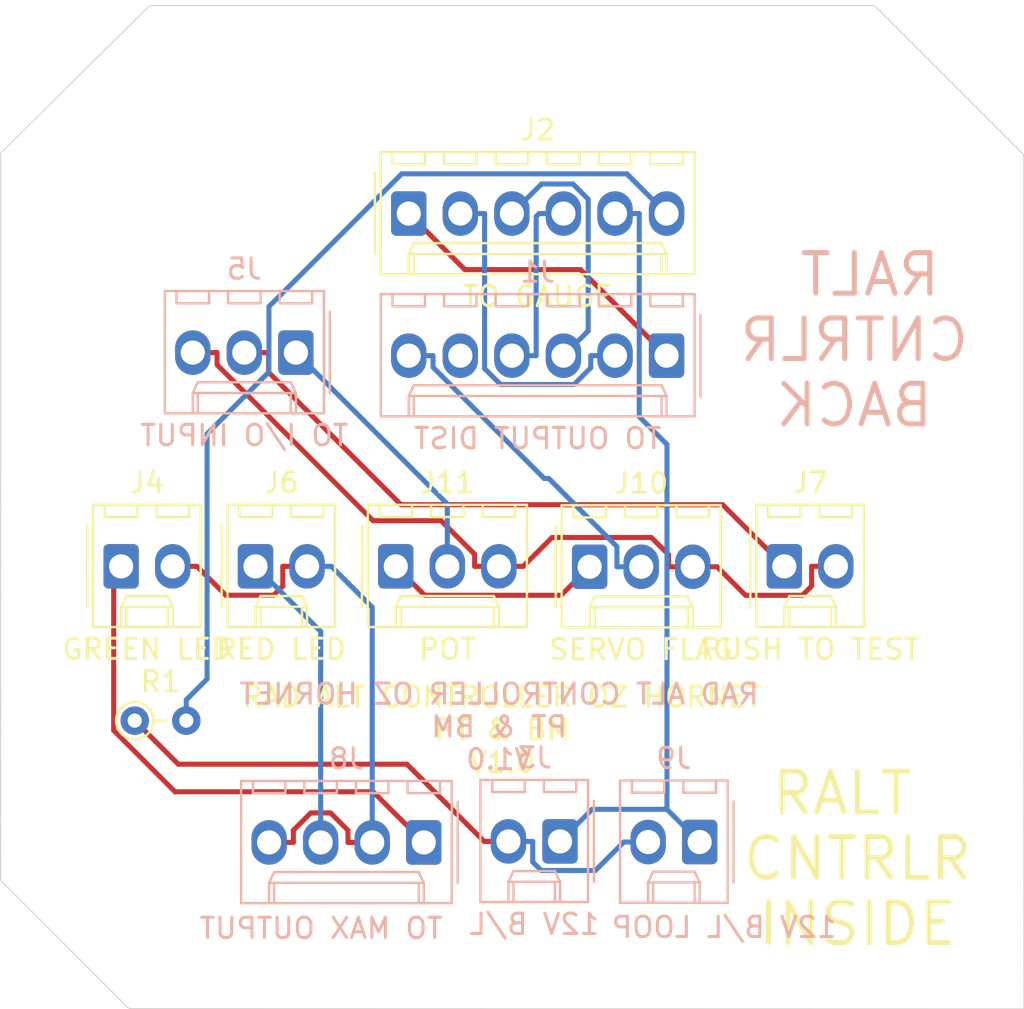
<source format=kicad_pcb>
(kicad_pcb (version 20211014) (generator pcbnew)
  (title_block (title "ABSIS NANO 2.0") (date "jeu. 02 avril 2015") (rev "1") (company "OPENHORNET") (comment 1 "CC BY-NC-SA"))
  (layers (0 "F.Cu" signal) (31 "B.Cu" signal) (34 "B.Paste" user) (35 "F.Paste" user) (36 "B.SilkS" user "B.Silkscreen") (37 "F.SilkS" user "F.Silkscreen") (38 "B.Mask" user) (39 "F.Mask" user) (44 "Edge.Cuts" user))
  (net 0 "")
  (net 1 "/LEDGND")
  (net 2 "/COIL-1")
  (net 3 "/COIL-2")
  (net 4 "/COIL-3")
  (net 5 "/COIL-4")
  (net 7 "/SERVO")
  (net 8 "/BL{slash}12+")
  (net 9 "/BL{slash}12-")
  (net 10 "/GN_LED")
  (net 11 "/POT")
  (net 12 "/PUSH_BUT")
  (net 13 "/GND")
  (net 14 "/RD_LED")
  (net 15 "/5V")
  (net 16 "/BLGND")
  (footprint "MountingHole:MountingHole_2.5mm" (layer "F.Cu") (at 34.81 50.81)
    (fp_text reference "MK1" hide)
    (fp_text value "MH")
    (pad "" np_thru_hole circle locked (at 0 0) (size 2.5 2.5) (drill 2.5) (layers *.Cu *.Mask))
  )
  (footprint "MountingHole:MountingHole_2.5mm" (layer "F.Cu") (at 31.81 91.81)
    (fp_text reference "MK2" hide)
    (fp_text value "MH")
    (pad "" np_thru_hole circle locked (at 0 0) (size 2.5 2.5) (drill 2.5) (layers *.Cu *.Mask))
  )
  (footprint "MountingHole:MountingHole_2.5mm" (layer "F.Cu") (at 71.81 54.81)
    (fp_text reference "MK3" hide)
    (fp_text value "MH")
    (pad "" np_thru_hole circle locked (at 0 0) (size 2.5 2.5) (drill 2.5) (layers *.Cu *.Mask))
  )
  (footprint "Connector_Molex:Molex_KK-254_AE-6410-02A_1x02_P2.54mm_Vertical" (layer "F.Cu") (at 64.66 75.21)
    (fp_text reference "J7" (at 1.27 -4.12) (layer "F.SilkS"))
    (fp_text value "PUSH TO TEST" (at 1.27 4.08) (layer "F.SilkS"))
    (fp_line (start 3.92 2.99) (end 3.92 -3.03) (layer "F.SilkS") (width 0.12))
    (fp_line (start 3.92 -3.03) (end -1.38 -3.03) (layer "F.SilkS") (width 0.12))
    (fp_line (start -1.67 -2) (end -1.67 2) (layer "F.SilkS") (width 0.12))
    (fp_line (start 0 1.99) (end 2.54 1.99) (layer "F.SilkS") (width 0.12))
    (fp_line (start 3.34 -2.43) (end 3.34 -3.03) (layer "F.SilkS") (width 0.12))
    (fp_line (start 2.29 2.99) (end 2.29 1.99) (layer "F.SilkS") (width 0.12))
    (fp_line (start 0 1.99) (end 0.25 1.46) (layer "F.SilkS") (width 0.12))
    (fp_line (start 0.25 2.99) (end 0.25 1.99) (layer "F.SilkS") (width 0.12))
    (fp_line (start 1.74 -3.03) (end 1.74 -2.43) (layer "F.SilkS") (width 0.12))
    (fp_line (start 0 2.99) (end 0 1.99) (layer "F.SilkS") (width 0.12))
    (fp_line (start 2.54 1.99) (end 2.54 2.99) (layer "F.SilkS") (width 0.12))
    (fp_line (start 2.29 1.46) (end 2.54 1.99) (layer "F.SilkS") (width 0.12))
    (fp_line (start -0.8 -3.03) (end -0.8 -2.43) (layer "F.SilkS") (width 0.12))
    (fp_line (start -1.38 2.99) (end 3.92 2.99) (layer "F.SilkS") (width 0.12))
    (fp_line (start 1.74 -2.43) (end 3.34 -2.43) (layer "F.SilkS") (width 0.12))
    (fp_line (start -0.8 -2.43) (end 0.8 -2.43) (layer "F.SilkS") (width 0.12))
    (fp_line (start 0.25 1.46) (end 2.29 1.46) (layer "F.SilkS") (width 0.12))
    (fp_line (start 0.8 -2.43) (end 0.8 -3.03) (layer "F.SilkS") (width 0.12))
    (fp_line (start -1.38 -3.03) (end -1.38 2.99) (layer "F.SilkS") (width 0.12))
    (pad "1" thru_hole roundrect (at 0 0) (size 1.74 2.19) (drill 1.19) (layers *.Cu *.Mask) (roundrect_rratio 0.1436781609) (net 12 "/PUSH_BUT"))
    (pad "2" thru_hole oval (at 2.54 0) (size 1.74 2.19) (drill 1.19) (layers *.Cu *.Mask) (net 13 "/GND"))
  )
  (footprint "Connector_Molex:Molex_KK-254_AE-6410-02A_1x02_P2.54mm_Vertical" (layer "F.Cu") (at 31.99 75.21)
    (fp_text reference "J4" (at 1.27 -4.12) (layer "F.SilkS"))
    (fp_text value "GREEN LED" (at 1.27 4.08) (layer "F.SilkS"))
    (fp_line (start 0.25 2.99) (end 0.25 1.99) (layer "F.SilkS") (width 0.12))
    (fp_line (start 3.92 2.99) (end 3.92 -3.03) (layer "F.SilkS") (width 0.12))
    (fp_line (start 2.54 1.99) (end 2.54 2.99) (layer "F.SilkS") (width 0.12))
    (fp_line (start -1.67 -2) (end -1.67 2) (layer "F.SilkS") (width 0.12))
    (fp_line (start -0.8 -3.03) (end -0.8 -2.43) (layer "F.SilkS") (width 0.12))
    (fp_line (start 0 1.99) (end 2.54 1.99) (layer "F.SilkS") (width 0.12))
    (fp_line (start 1.74 -2.43) (end 3.34 -2.43) (layer "F.SilkS") (width 0.12))
    (fp_line (start 0.25 1.46) (end 2.29 1.46) (layer "F.SilkS") (width 0.12))
    (fp_line (start 3.92 -3.03) (end -1.38 -3.03) (layer "F.SilkS") (width 0.12))
    (fp_line (start 1.74 -3.03) (end 1.74 -2.43) (layer "F.SilkS") (width 0.12))
    (fp_line (start 0.8 -2.43) (end 0.8 -3.03) (layer "F.SilkS") (width 0.12))
    (fp_line (start 0 2.99) (end 0 1.99) (layer "F.SilkS") (width 0.12))
    (fp_line (start 2.29 1.46) (end 2.54 1.99) (layer "F.SilkS") (width 0.12))
    (fp_line (start -1.38 -3.03) (end -1.38 2.99) (layer "F.SilkS") (width 0.12))
    (fp_line (start -0.8 -2.43) (end 0.8 -2.43) (layer "F.SilkS") (width 0.12))
    (fp_line (start 2.29 2.99) (end 2.29 1.99) (layer "F.SilkS") (width 0.12))
    (fp_line (start -1.38 2.99) (end 3.92 2.99) (layer "F.SilkS") (width 0.12))
    (fp_line (start 0 1.99) (end 0.25 1.46) (layer "F.SilkS") (width 0.12))
    (fp_line (start 3.34 -2.43) (end 3.34 -3.03) (layer "F.SilkS") (width 0.12))
    (pad "1" thru_hole roundrect (at 0 0) (size 1.74 2.19) (drill 1.19) (layers *.Cu *.Mask) (roundrect_rratio 0.1436781609) (net 10 "/GN_LED"))
    (pad "2" thru_hole oval (at 2.54 0) (size 1.74 2.19) (drill 1.19) (layers *.Cu *.Mask) (net 1 "/LEDGND"))
  )
  (footprint "Connector_Molex:Molex_KK-254_AE-6410-03A_1x03_P2.54mm_Vertical" (layer "F.Cu") (at 45.52 75.21)
    (fp_text reference "J11" (at 2.54 -4.12) (layer "F.SilkS"))
    (fp_text value "POT" (at 2.54 4.08) (layer "F.SilkS"))
    (fp_line (start 0.25 2.99) (end 0.25 1.99) (layer "F.SilkS") (width 0.12))
    (fp_line (start 6.46 -3.03) (end -1.38 -3.03) (layer "F.SilkS") (width 0.12))
    (fp_line (start 4.28 -3.03) (end 4.28 -2.43) (layer "F.SilkS") (width 0.12))
    (fp_line (start -1.38 2.99) (end 6.46 2.99) (layer "F.SilkS") (width 0.12))
    (fp_line (start 5.88 -2.43) (end 5.88 -3.03) (layer "F.SilkS") (width 0.12))
    (fp_line (start -1.38 -3.03) (end -1.38 2.99) (layer "F.SilkS") (width 0.12))
    (fp_line (start -0.8 -2.43) (end 0.8 -2.43) (layer "F.SilkS") (width 0.12))
    (fp_line (start 1.74 -2.43) (end 3.34 -2.43) (layer "F.SilkS") (width 0.12))
    (fp_line (start 0.8 -2.43) (end 0.8 -3.03) (layer "F.SilkS") (width 0.12))
    (fp_line (start 0 1.99) (end 5.08 1.99) (layer "F.SilkS") (width 0.12))
    (fp_line (start 4.83 2.99) (end 4.83 1.99) (layer "F.SilkS") (width 0.12))
    (fp_line (start 1.74 -3.03) (end 1.74 -2.43) (layer "F.SilkS") (width 0.12))
    (fp_line (start 6.46 2.99) (end 6.46 -3.03) (layer "F.SilkS") (width 0.12))
    (fp_line (start 4.83 1.46) (end 5.08 1.99) (layer "F.SilkS") (width 0.12))
    (fp_line (start 0 2.99) (end 0 1.99) (layer "F.SilkS") (width 0.12))
    (fp_line (start 4.28 -2.43) (end 5.88 -2.43) (layer "F.SilkS") (width 0.12))
    (fp_line (start 0.25 1.46) (end 4.83 1.46) (layer "F.SilkS") (width 0.12))
    (fp_line (start 0 1.99) (end 0.25 1.46) (layer "F.SilkS") (width 0.12))
    (fp_line (start 3.34 -2.43) (end 3.34 -3.03) (layer "F.SilkS") (width 0.12))
    (fp_line (start -1.67 -2) (end -1.67 2) (layer "F.SilkS") (width 0.12))
    (fp_line (start 5.08 1.99) (end 5.08 2.99) (layer "F.SilkS") (width 0.12))
    (fp_line (start -0.8 -3.03) (end -0.8 -2.43) (layer "F.SilkS") (width 0.12))
    (pad "1" thru_hole roundrect (at 0 0) (size 1.74 2.19) (drill 1.19) (layers *.Cu *.Mask) (roundrect_rratio 0.1436781609) (net 15 "/5V"))
    (pad "2" thru_hole oval (at 2.54 0) (size 1.74 2.19) (drill 1.19) (layers *.Cu *.Mask) (net 11 "/POT"))
    (pad "3" thru_hole oval (at 5.08 0) (size 1.74 2.19) (drill 1.19) (layers *.Cu *.Mask) (net 13 "/GND"))
  )
  (footprint "Connector_Molex:Molex_KK-254_AE-6410-06A_1x06_P2.54mm_Vertical" (layer "F.Cu") (at 46.16 57.83)
    (fp_text reference "J2" (at 6.35 -4.12) (layer "F.SilkS"))
    (fp_text value "TO GAUGE" (at 6.35 4.08) (layer "F.SilkS"))
    (fp_line (start 12.7 1.99) (end 12.7 2.99) (layer "F.SilkS") (width 0.12))
    (fp_line (start 14.08 2.99) (end 14.08 -3.03) (layer "F.SilkS") (width 0.12))
    (fp_line (start -1.38 -3.03) (end -1.38 2.99) (layer "F.SilkS") (width 0.12))
    (fp_line (start 1.74 -2.43) (end 3.34 -2.43) (layer "F.SilkS") (width 0.12))
    (fp_line (start 8.42 -2.43) (end 8.42 -3.03) (layer "F.SilkS") (width 0.12))
    (fp_line (start 5.88 -2.43) (end 5.88 -3.03) (layer "F.SilkS") (width 0.12))
    (fp_line (start 4.28 -2.43) (end 5.88 -2.43) (layer "F.SilkS") (width 0.12))
    (fp_line (start 1.74 -3.03) (end 1.74 -2.43) (layer "F.SilkS") (width 0.12))
    (fp_line (start -1.67 -2) (end -1.67 2) (layer "F.SilkS") (width 0.12))
    (fp_line (start 14.08 -3.03) (end -1.38 -3.03) (layer "F.SilkS") (width 0.12))
    (fp_line (start 9.36 -2.43) (end 10.96 -2.43) (layer "F.SilkS") (width 0.12))
    (fp_line (start -0.8 -3.03) (end -0.8 -2.43) (layer "F.SilkS") (width 0.12))
    (fp_line (start 12.45 2.99) (end 12.45 1.99) (layer "F.SilkS") (width 0.12))
    (fp_line (start 0.25 1.46) (end 12.45 1.46) (layer "F.SilkS") (width 0.12))
    (fp_line (start 9.36 -3.03) (end 9.36 -2.43) (layer "F.SilkS") (width 0.12))
    (fp_line (start 0.8 -2.43) (end 0.8 -3.03) (layer "F.SilkS") (width 0.12))
    (fp_line (start -0.8 -2.43) (end 0.8 -2.43) (layer "F.SilkS") (width 0.12))
    (fp_line (start 0 2.99) (end 0 1.99) (layer "F.SilkS") (width 0.12))
    (fp_line (start 11.9 -2.43) (end 13.5 -2.43) (layer "F.SilkS") (width 0.12))
    (fp_line (start 12.45 1.46) (end 12.7 1.99) (layer "F.SilkS") (width 0.12))
    (fp_line (start 4.28 -3.03) (end 4.28 -2.43) (layer "F.SilkS") (width 0.12))
    (fp_line (start 0.25 2.99) (end 0.25 1.99) (layer "F.SilkS") (width 0.12))
    (fp_line (start 6.82 -2.43) (end 8.42 -2.43) (layer "F.SilkS") (width 0.12))
    (fp_line (start 13.5 -2.43) (end 13.5 -3.03) (layer "F.SilkS") (width 0.12))
    (fp_line (start 10.96 -2.43) (end 10.96 -3.03) (layer "F.SilkS") (width 0.12))
    (fp_line (start 0 1.99) (end 0.25 1.46) (layer "F.SilkS") (width 0.12))
    (fp_line (start 0 1.99) (end 12.7 1.99) (layer "F.SilkS") (width 0.12))
    (fp_line (start 11.9 -3.03) (end 11.9 -2.43) (layer "F.SilkS") (width 0.12))
    (fp_line (start 3.34 -2.43) (end 3.34 -3.03) (layer "F.SilkS") (width 0.12))
    (fp_line (start 6.82 -3.03) (end 6.82 -2.43) (layer "F.SilkS") (width 0.12))
    (fp_line (start -1.38 2.99) (end 14.08 2.99) (layer "F.SilkS") (width 0.12))
    (pad "1" thru_hole roundrect (at 0 0) (size 1.74 2.19) (drill 1.19) (layers *.Cu *.Mask) (roundrect_rratio 0.1436781609) (net 2 "/COIL-1"))
    (pad "2" thru_hole oval (at 2.54 0) (size 1.74 2.19) (drill 1.19) (layers *.Cu *.Mask) (net 3 "/COIL-2"))
    (pad "3" thru_hole oval (at 5.08 0) (size 1.74 2.19) (drill 1.19) (layers *.Cu *.Mask) (net 4 "/COIL-3"))
    (pad "4" thru_hole oval (at 7.62 0) (size 1.74 2.19) (drill 1.19) (layers *.Cu *.Mask) (net 5 "/COIL-4"))
    (pad "5" thru_hole oval (at 10.16 0) (size 1.74 2.19) (drill 1.19) (layers *.Cu *.Mask) (net 8 "/BL{slash}12+"))
    (pad "6" thru_hole oval (at 12.7 0) (size 1.74 2.19) (drill 1.19) (layers *.Cu *.Mask) (net 16 "/BLGND"))
  )
  (footprint "Resistor_THT:R_Axial_DIN0204_L3.6mm_D1.6mm_P2.54mm_Vertical" (layer "F.Cu") (at 32.66 82.81)
    (fp_text reference "R1" (at 1.27 -1.92) (layer "F.SilkS"))
    (fp_text value "R")
    (fp_line (start 0.92 0) (end 1.54 0) (layer "F.SilkS") (width 0.12))
    (fp_circle (center 0 0) (end 0.92 0) (layer "F.SilkS") (width 0.12) (fill none))
    (pad "1" thru_hole circle (at 0 0) (size 1.4 1.4) (drill 0.7) (layers *.Cu *.Mask) (net 9 "/BL{slash}12-"))
    (pad "2" thru_hole oval (at 2.54 0) (size 1.4 1.4) (drill 0.7) (layers *.Cu *.Mask) (net 16 "/BLGND"))
  )
  (footprint "Connector_Molex:Molex_KK-254_AE-6410-03A_1x03_P2.54mm_Vertical" (layer "F.Cu") (at 55.07 75.23)
    (fp_text reference "J10" (at 2.54 -4.12) (layer "F.SilkS"))
    (fp_text value "SERVO FLAG" (at 2.54 4.08) (layer "F.SilkS"))
    (fp_line (start 0 1.99) (end 0.25 1.46) (layer "F.SilkS") (width 0.12))
    (fp_line (start 4.83 2.99) (end 4.83 1.99) (layer "F.SilkS") (width 0.12))
    (fp_line (start 4.83 1.46) (end 5.08 1.99) (layer "F.SilkS") (width 0.12))
    (fp_line (start 0.25 1.46) (end 4.83 1.46) (layer "F.SilkS") (width 0.12))
    (fp_line (start 5.88 -2.43) (end 5.88 -3.03) (layer "F.SilkS") (width 0.12))
    (fp_line (start 5.08 1.99) (end 5.08 2.99) (layer "F.SilkS") (width 0.12))
    (fp_line (start -0.8 -2.43) (end 0.8 -2.43) (layer "F.SilkS") (width 0.12))
    (fp_line (start -1.38 2.99) (end 6.46 2.99) (layer "F.SilkS") (width 0.12))
    (fp_line (start 4.28 -2.43) (end 5.88 -2.43) (layer "F.SilkS") (width 0.12))
    (fp_line (start 6.46 2.99) (end 6.46 -3.03) (layer "F.SilkS") (width 0.12))
    (fp_line (start 1.74 -3.03) (end 1.74 -2.43) (layer "F.SilkS") (width 0.12))
    (fp_line (start 3.34 -2.43) (end 3.34 -3.03) (layer "F.SilkS") (width 0.12))
    (fp_line (start 4.28 -3.03) (end 4.28 -2.43) (layer "F.SilkS") (width 0.12))
    (fp_line (start 0 1.99) (end 5.08 1.99) (layer "F.SilkS") (width 0.12))
    (fp_line (start -1.67 -2) (end -1.67 2) (layer "F.SilkS") (width 0.12))
    (fp_line (start 1.74 -2.43) (end 3.34 -2.43) (layer "F.SilkS") (width 0.12))
    (fp_line (start -0.8 -3.03) (end -0.8 -2.43) (layer "F.SilkS") (width 0.12))
    (fp_line (start 0 2.99) (end 0 1.99) (layer "F.SilkS") (width 0.12))
    (fp_line (start -1.38 -3.03) (end -1.38 2.99) (layer "F.SilkS") (width 0.12))
    (fp_line (start 0.25 2.99) (end 0.25 1.99) (layer "F.SilkS") (width 0.12))
    (fp_line (start 0.8 -2.43) (end 0.8 -3.03) (layer "F.SilkS") (width 0.12))
    (fp_line (start 6.46 -3.03) (end -1.38 -3.03) (layer "F.SilkS") (width 0.12))
    (pad "1" thru_hole roundrect (at 0 0) (size 1.74 2.19) (drill 1.19) (layers *.Cu *.Mask) (roundrect_rratio 0.1436781609) (net 15 "/5V"))
    (pad "2" thru_hole oval (at 2.54 0) (size 1.74 2.19) (drill 1.19) (layers *.Cu *.Mask) (net 7 "/SERVO"))
    (pad "3" thru_hole oval (at 5.08 0) (size 1.74 2.19) (drill 1.19) (layers *.Cu *.Mask) (net 13 "/GND"))
  )
  (footprint "Connector_Molex:Molex_KK-254_AE-6410-02A_1x02_P2.54mm_Vertical" (layer "F.Cu") (at 38.61 75.21)
    (fp_text reference "J6" (at 1.27 -4.12) (layer "F.SilkS"))
    (fp_text value "RED LED" (at 1.27 4.08) (layer "F.SilkS"))
    (fp_line (start 1.74 -2.43) (end 3.34 -2.43) (layer "F.SilkS") (width 0.12))
    (fp_line (start 3.34 -2.43) (end 3.34 -3.03) (layer "F.SilkS") (width 0.12))
    (fp_line (start 0 1.99) (end 2.54 1.99) (layer "F.SilkS") (width 0.12))
    (fp_line (start 0.25 2.99) (end 0.25 1.99) (layer "F.SilkS") (width 0.12))
    (fp_line (start 1.74 -3.03) (end 1.74 -2.43) (layer "F.SilkS") (width 0.12))
    (fp_line (start -1.38 2.99) (end 3.92 2.99) (layer "F.SilkS") (width 0.12))
    (fp_line (start 0.8 -2.43) (end 0.8 -3.03) (layer "F.SilkS") (width 0.12))
    (fp_line (start 2.54 1.99) (end 2.54 2.99) (layer "F.SilkS") (width 0.12))
    (fp_line (start 0 1.99) (end 0.25 1.46) (layer "F.SilkS") (width 0.12))
    (fp_line (start 3.92 2.99) (end 3.92 -3.03) (layer "F.SilkS") (width 0.12))
    (fp_line (start -1.38 -3.03) (end -1.38 2.99) (layer "F.SilkS") (width 0.12))
    (fp_line (start 2.29 2.99) (end 2.29 1.99) (layer "F.SilkS") (width 0.12))
    (fp_line (start -0.8 -3.03) (end -0.8 -2.43) (layer "F.SilkS") (width 0.12))
    (fp_line (start -0.8 -2.43) (end 0.8 -2.43) (layer "F.SilkS") (width 0.12))
    (fp_line (start 2.29 1.46) (end 2.54 1.99) (layer "F.SilkS") (width 0.12))
    (fp_line (start 0.25 1.46) (end 2.29 1.46) (layer "F.SilkS") (width 0.12))
    (fp_line (start -1.67 -2) (end -1.67 2) (layer "F.SilkS") (width 0.12))
    (fp_line (start 3.92 -3.03) (end -1.38 -3.03) (layer "F.SilkS") (width 0.12))
    (fp_line (start 0 2.99) (end 0 1.99) (layer "F.SilkS") (width 0.12))
    (pad "1" thru_hole roundrect (at 0 0) (size 1.74 2.19) (drill 1.19) (layers *.Cu *.Mask) (roundrect_rratio 0.1436781609) (net 14 "/RD_LED"))
    (pad "2" thru_hole oval (at 2.54 0) (size 1.74 2.19) (drill 1.19) (layers *.Cu *.Mask) (net 1 "/LEDGND"))
  )
  (footprint "Connector_Molex:Molex_KK-254_AE-6410-04A_1x04_P2.54mm_Vertical" (layer "B.Cu") (at 46.9 88.81 180)
    (fp_text reference "J8" (at 3.81 4.12) (layer "B.SilkS") (effects (justify mirror)))
    (fp_text value "TO MAX OUTPUT" (at 5.06 -4.23) (layer "B.SilkS") (effects (justify mirror)))
    (fp_line (start -1.67 2) (end -1.67 -2) (layer "B.SilkS") (width 0.12))
    (fp_line (start -1.38 3.03) (end -1.38 -2.99) (layer "B.SilkS") (width 0.12))
    (fp_line (start 4.28 2.43) (end 5.88 2.43) (layer "B.SilkS") (width 0.12))
    (fp_line (start -0.8 3.03) (end -0.8 2.43) (layer "B.SilkS") (width 0.12))
    (fp_line (start 0.25 -2.99) (end 0.25 -1.99) (layer "B.SilkS") (width 0.12))
    (fp_line (start 7.62 -1.99) (end 7.62 -2.99) (layer "B.SilkS") (width 0.12))
    (fp_line (start 0.8 2.43) (end 0.8 3.03) (layer "B.SilkS") (width 0.12))
    (fp_line (start 4.28 3.03) (end 4.28 2.43) (layer "B.SilkS") (width 0.12))
    (fp_line (start 9 3.03) (end -1.38 3.03) (layer "B.SilkS") (width 0.12))
    (fp_line (start 6.82 3.03) (end 6.82 2.43) (layer "B.SilkS") (width 0.12))
    (fp_line (start 1.74 2.43) (end 3.34 2.43) (layer "B.SilkS") (width 0.12))
    (fp_line (start 1.74 3.03) (end 1.74 2.43) (layer "B.SilkS") (width 0.12))
    (fp_line (start 0 -1.99) (end 0.25 -1.46) (layer "B.SilkS") (width 0.12))
    (fp_line (start 0.25 -1.46) (end 7.37 -1.46) (layer "B.SilkS") (width 0.12))
    (fp_line (start 7.37 -2.99) (end 7.37 -1.99) (layer "B.SilkS") (width 0.12))
    (fp_line (start -0.8 2.43) (end 0.8 2.43) (layer "B.SilkS") (width 0.12))
    (fp_line (start 5.88 2.43) (end 5.88 3.03) (layer "B.SilkS") (width 0.12))
    (fp_line (start 0 -2.99) (end 0 -1.99) (layer "B.SilkS") (width 0.12))
    (fp_line (start 0 -1.99) (end 7.62 -1.99) (layer "B.SilkS") (width 0.12))
    (fp_line (start 8.42 2.43) (end 8.42 3.03) (layer "B.SilkS") (width 0.12))
    (fp_line (start -1.38 -2.99) (end 9 -2.99) (layer "B.SilkS") (width 0.12))
    (fp_line (start 6.82 2.43) (end 8.42 2.43) (layer "B.SilkS") (width 0.12))
    (fp_line (start 9 -2.99) (end 9 3.03) (layer "B.SilkS") (width 0.12))
    (fp_line (start 7.37 -1.46) (end 7.62 -1.99) (layer "B.SilkS") (width 0.12))
    (fp_line (start 3.34 2.43) (end 3.34 3.03) (layer "B.SilkS") (width 0.12))
    (pad "1" thru_hole roundrect (at 0 0 180) (size 1.74 2.19) (drill 1.19) (layers *.Cu *.Mask) (roundrect_rratio 0.1436781609) (net 10 "/GN_LED"))
    (pad "2" thru_hole oval (at 2.54 0 180) (size 1.74 2.19) (drill 1.19) (layers *.Cu *.Mask) (net 1 "/LEDGND"))
    (pad "3" thru_hole oval (at 5.08 0 180) (size 1.74 2.19) (drill 1.19) (layers *.Cu *.Mask) (net 14 "/RD_LED"))
    (pad "4" thru_hole oval (at 7.62 0 180) (size 1.74 2.19) (drill 1.19) (layers *.Cu *.Mask) (net 1 "/LEDGND"))
  )
  (footprint "Connector_Molex:Molex_KK-254_AE-6410-02A_1x02_P2.54mm_Vertical" (layer "B.Cu") (at 53.61 88.76 180)
    (fp_text reference "J3" (at 1.27 4.12) (layer "B.SilkS") (effects (justify mirror)))
    (fp_text value "12V B/L" (at 1.27 -4.08) (layer "B.SilkS") (effects (justify mirror)))
    (fp_line (start 3.34 2.43) (end 3.34 3.03) (layer "B.SilkS") (width 0.12))
    (fp_line (start -1.67 2) (end -1.67 -2) (layer "B.SilkS") (width 0.12))
    (fp_line (start 1.74 2.43) (end 3.34 2.43) (layer "B.SilkS") (width 0.12))
    (fp_line (start 0.8 2.43) (end 0.8 3.03) (layer "B.SilkS") (width 0.12))
    (fp_line (start -1.38 3.03) (end -1.38 -2.99) (layer "B.SilkS") (width 0.12))
    (fp_line (start 0.25 -2.99) (end 0.25 -1.99) (layer "B.SilkS") (width 0.12))
    (fp_line (start -0.8 2.43) (end 0.8 2.43) (layer "B.SilkS") (width 0.12))
    (fp_line (start 2.29 -1.46) (end 2.54 -1.99) (layer "B.SilkS") (width 0.12))
    (fp_line (start 2.29 -2.99) (end 2.29 -1.99) (layer "B.SilkS") (width 0.12))
    (fp_line (start 0 -2.99) (end 0 -1.99) (layer "B.SilkS") (width 0.12))
    (fp_line (start 0 -1.99) (end 0.25 -1.46) (layer "B.SilkS") (width 0.12))
    (fp_line (start 1.74 3.03) (end 1.74 2.43) (layer "B.SilkS") (width 0.12))
    (fp_line (start 0.25 -1.46) (end 2.29 -1.46) (layer "B.SilkS") (width 0.12))
    (fp_line (start 3.92 -2.99) (end 3.92 3.03) (layer "B.SilkS") (width 0.12))
    (fp_line (start 2.54 -1.99) (end 2.54 -2.99) (layer "B.SilkS") (width 0.12))
    (fp_line (start 0 -1.99) (end 2.54 -1.99) (layer "B.SilkS") (width 0.12))
    (fp_line (start -0.8 3.03) (end -0.8 2.43) (layer "B.SilkS") (width 0.12))
    (fp_line (start -1.38 -2.99) (end 3.92 -2.99) (layer "B.SilkS") (width 0.12))
    (fp_line (start 3.92 3.03) (end -1.38 3.03) (layer "B.SilkS") (width 0.12))
    (pad "1" thru_hole roundrect (at 0 0 180) (size 1.74 2.19) (drill 1.19) (layers *.Cu *.Mask) (roundrect_rratio 0.1436781609) (net 8 "/BL{slash}12+"))
    (pad "2" thru_hole oval (at 2.54 0 180) (size 1.74 2.19) (drill 1.19) (layers *.Cu *.Mask) (net 9 "/BL{slash}12-"))
  )
  (footprint "Connector_Molex:Molex_KK-254_AE-6410-06A_1x06_P2.54mm_Vertical" (layer "B.Cu") (at 58.86 64.83 180)
    (fp_text reference "J1" (at 6.35 4.12) (layer "B.SilkS") (effects (justify mirror)))
    (fp_text value "TO OUTPUT DIST" (at 6.35 -4.08) (layer "B.SilkS") (effects (justify mirror)))
    (fp_line (start 13.5 2.43) (end 13.5 3.03) (layer "B.SilkS") (width 0.12))
    (fp_line (start 3.34 2.43) (end 3.34 3.03) (layer "B.SilkS") (width 0.12))
    (fp_line (start 0.8 2.43) (end 0.8 3.03) (layer "B.SilkS") (width 0.12))
    (fp_line (start 5.88 2.43) (end 5.88 3.03) (layer "B.SilkS") (width 0.12))
    (fp_line (start 8.42 2.43) (end 8.42 3.03) (layer "B.SilkS") (width 0.12))
    (fp_line (start 11.9 2.43) (end 13.5 2.43) (layer "B.SilkS") (width 0.12))
    (fp_line (start -1.38 -2.99) (end 14.08 -2.99) (layer "B.SilkS") (width 0.12))
    (fp_line (start 1.74 3.03) (end 1.74 2.43) (layer "B.SilkS") (width 0.12))
    (fp_line (start 12.45 -2.99) (end 12.45 -1.99) (layer "B.SilkS") (width 0.12))
    (fp_line (start 0.25 -1.46) (end 12.45 -1.46) (layer "B.SilkS") (width 0.12))
    (fp_line (start 9.36 3.03) (end 9.36 2.43) (layer "B.SilkS") (width 0.12))
    (fp_line (start -1.38 3.03) (end -1.38 -2.99) (layer "B.SilkS") (width 0.12))
    (fp_line (start 0.25 -2.99) (end 0.25 -1.99) (layer "B.SilkS") (width 0.12))
    (fp_line (start 14.08 3.03) (end -1.38 3.03) (layer "B.SilkS") (width 0.12))
    (fp_line (start -0.8 3.03) (end -0.8 2.43) (layer "B.SilkS") (width 0.12))
    (fp_line (start -0.8 2.43) (end 0.8 2.43) (layer "B.SilkS") (width 0.12))
    (fp_line (start 6.82 2.43) (end 8.42 2.43) (layer "B.SilkS") (width 0.12))
    (fp_line (start 0 -1.99) (end 0.25 -1.46) (layer "B.SilkS") (width 0.12))
    (fp_line (start 6.82 3.03) (end 6.82 2.43) (layer "B.SilkS") (width 0.12))
    (fp_line (start 4.28 3.03) (end 4.28 2.43) (layer "B.SilkS") (width 0.12))
    (fp_line (start 14.08 -2.99) (end 14.08 3.03) (layer "B.SilkS") (width 0.12))
    (fp_line (start 10.96 2.43) (end 10.96 3.03) (layer "B.SilkS") (width 0.12))
    (fp_line (start 9.36 2.43) (end 10.96 2.43) (layer "B.SilkS") (width 0.12))
    (fp_line (start -1.67 2) (end -1.67 -2) (layer "B.SilkS") (width 0.12))
    (fp_line (start 0 -1.99) (end 12.7 -1.99) (layer "B.SilkS") (width 0.12))
    (fp_line (start 4.28 2.43) (end 5.88 2.43) (layer "B.SilkS") (width 0.12))
    (fp_line (start 12.7 -1.99) (end 12.7 -2.99) (layer "B.SilkS") (width 0.12))
    (fp_line (start 0 -2.99) (end 0 -1.99) (layer "B.SilkS") (width 0.12))
    (fp_line (start 12.45 -1.46) (end 12.7 -1.99) (layer "B.SilkS") (width 0.12))
    (fp_line (start 11.9 3.03) (end 11.9 2.43) (layer "B.SilkS") (width 0.12))
    (fp_line (start 1.74 2.43) (end 3.34 2.43) (layer "B.SilkS") (width 0.12))
    (pad "1" thru_hole roundrect (at 0 0 180) (size 1.74 2.19) (drill 1.19) (layers *.Cu *.Mask) (roundrect_rratio 0.1436781609) (net 2 "/COIL-1"))
    (pad "2" thru_hole oval (at 2.54 0 180) (size 1.74 2.19) (drill 1.19) (layers *.Cu *.Mask) (net 3 "/COIL-2"))
    (pad "3" thru_hole oval (at 5.08 0 180) (size 1.74 2.19) (drill 1.19) (layers *.Cu *.Mask) (net 4 "/COIL-3"))
    (pad "4" thru_hole oval (at 7.62 0 180) (size 1.74 2.19) (drill 1.19) (layers *.Cu *.Mask) (net 5 "/COIL-4"))
    (pad "5" thru_hole oval (at 10.16 0 180) (size 1.74 2.19) (drill 1.19) (layers *.Cu *.Mask))
    (pad "6" thru_hole oval (at 12.7 0 180) (size 1.74 2.19) (drill 1.19) (layers *.Cu *.Mask) (net 7 "/SERVO"))
  )
  (footprint "Connector_Molex:Molex_KK-254_AE-6410-03A_1x03_P2.54mm_Vertical" (layer "B.Cu") (at 40.6 64.68 180)
    (fp_text reference "J5" (at 2.54 4.12) (layer "B.SilkS") (effects (justify mirror)))
    (fp_text value "TO I/O INPUT" (at 2.54 -4.08) (layer "B.SilkS") (effects (justify mirror)))
    (fp_line (start -1.38 -2.99) (end 6.46 -2.99) (layer "B.SilkS") (width 0.12))
    (fp_line (start -1.67 2) (end -1.67 -2) (layer "B.SilkS") (width 0.12))
    (fp_line (start 6.46 3.03) (end -1.38 3.03) (layer "B.SilkS") (width 0.12))
    (fp_line (start 0 -2.99) (end 0 -1.99) (layer "B.SilkS") (width 0.12))
    (fp_line (start 5.88 2.43) (end 5.88 3.03) (layer "B.SilkS") (width 0.12))
    (fp_line (start 0 -1.99) (end 0.25 -1.46) (layer "B.SilkS") (width 0.12))
    (fp_line (start -0.8 2.43) (end 0.8 2.43) (layer "B.SilkS") (width 0.12))
    (fp_line (start 4.28 3.03) (end 4.28 2.43) (layer "B.SilkS") (width 0.12))
    (fp_line (start 1.74 2.43) (end 3.34 2.43) (layer "B.SilkS") (width 0.12))
    (fp_line (start 4.28 2.43) (end 5.88 2.43) (layer "B.SilkS") (width 0.12))
    (fp_line (start 0 -1.99) (end 5.08 -1.99) (layer "B.SilkS") (width 0.12))
    (fp_line (start -0.8 3.03) (end -0.8 2.43) (layer "B.SilkS") (width 0.12))
    (fp_line (start 4.83 -1.46) (end 5.08 -1.99) (layer "B.SilkS") (width 0.12))
    (fp_line (start 0.25 -2.99) (end 0.25 -1.99) (layer "B.SilkS") (width 0.12))
    (fp_line (start 5.08 -1.99) (end 5.08 -2.99) (layer "B.SilkS") (width 0.12))
    (fp_line (start 6.46 -2.99) (end 6.46 3.03) (layer "B.SilkS") (width 0.12))
    (fp_line (start 1.74 3.03) (end 1.74 2.43) (layer "B.SilkS") (width 0.12))
    (fp_line (start 0.8 2.43) (end 0.8 3.03) (layer "B.SilkS") (width 0.12))
    (fp_line (start 3.34 2.43) (end 3.34 3.03) (layer "B.SilkS") (width 0.12))
    (fp_line (start -1.38 3.03) (end -1.38 -2.99) (layer "B.SilkS") (width 0.12))
    (fp_line (start 4.83 -2.99) (end 4.83 -1.99) (layer "B.SilkS") (width 0.12))
    (fp_line (start 0.25 -1.46) (end 4.83 -1.46) (layer "B.SilkS") (width 0.12))
    (pad "1" thru_hole roundrect (at 0 0 180) (size 1.74 2.19) (drill 1.19) (layers *.Cu *.Mask) (roundrect_rratio 0.1436781609) (net 11 "/POT"))
    (pad "2" thru_hole oval (at 2.54 0 180) (size 1.74 2.19) (drill 1.19) (layers *.Cu *.Mask) (net 12 "/PUSH_BUT"))
    (pad "3" thru_hole oval (at 5.08 0 180) (size 1.74 2.19) (drill 1.19) (layers *.Cu *.Mask) (net 13 "/GND"))
  )
  (footprint "Connector_Molex:Molex_KK-254_AE-6410-02A_1x02_P2.54mm_Vertical" (layer "B.Cu") (at 60.49 88.79 180)
    (fp_text reference "J9" (at 1.27 4.12) (layer "B.SilkS") (effects (justify mirror)))
    (fp_text value "12V B/L LOOP" (at -1.2 -4.2) (layer "B.SilkS") (effects (justify mirror)))
    (fp_line (start 3.92 3.03) (end -1.38 3.03) (layer "B.SilkS") (width 0.12))
    (fp_line (start 0 -2.99) (end 0 -1.99) (layer "B.SilkS") (width 0.12))
    (fp_line (start 3.92 -2.99) (end 3.92 3.03) (layer "B.SilkS") (width 0.12))
    (fp_line (start 0 -1.99) (end 2.54 -1.99) (layer "B.SilkS") (width 0.12))
    (fp_line (start -1.67 2) (end -1.67 -2) (layer "B.SilkS") (width 0.12))
    (fp_line (start 1.74 3.03) (end 1.74 2.43) (layer "B.SilkS") (width 0.12))
    (fp_line (start -0.8 2.43) (end 0.8 2.43) (layer "B.SilkS") (width 0.12))
    (fp_line (start 2.29 -1.46) (end 2.54 -1.99) (layer "B.SilkS") (width 0.12))
    (fp_line (start 0.25 -1.46) (end 2.29 -1.46) (layer "B.SilkS") (width 0.12))
    (fp_line (start -1.38 3.03) (end -1.38 -2.99) (layer "B.SilkS") (width 0.12))
    (fp_line (start 1.74 2.43) (end 3.34 2.43) (layer "B.SilkS") (width 0.12))
    (fp_line (start 3.34 2.43) (end 3.34 3.03) (layer "B.SilkS") (width 0.12))
    (fp_line (start -1.38 -2.99) (end 3.92 -2.99) (layer "B.SilkS") (width 0.12))
    (fp_line (start 2.29 -2.99) (end 2.29 -1.99) (layer "B.SilkS") (width 0.12))
    (fp_line (start 0.8 2.43) (end 0.8 3.03) (layer "B.SilkS") (width 0.12))
    (fp_line (start 2.54 -1.99) (end 2.54 -2.99) (layer "B.SilkS") (width 0.12))
    (fp_line (start -0.8 3.03) (end -0.8 2.43) (layer "B.SilkS") (width 0.12))
    (fp_line (start 0.25 -2.99) (end 0.25 -1.99) (layer "B.SilkS") (width 0.12))
    (fp_line (start 0 -1.99) (end 0.25 -1.46) (layer "B.SilkS") (width 0.12))
    (pad "1" thru_hole roundrect (at 0 0 180) (size 1.74 2.19) (drill 1.19) (layers *.Cu *.Mask) (roundrect_rratio 0.1436781609) (net 8 "/BL{slash}12+"))
    (pad "2" thru_hole oval (at 2.54 0 180) (size 1.74 2.19) (drill 1.19) (layers *.Cu *.Mask) (net 9 "/BL{slash}12-"))
  )
  (gr_line (start 26.127407 90.746639) (end 32.298293 96.917525) (layer "Edge.Cuts") (width 0.05))
  (gr_line (start 76.46 97.01) (end 76.45324 75.848151) (layer "Edge.Cuts") (width 0.05))
  (gr_arc (start 26.127407 90.746639) (mid 26.068878 90.659045) (end 26.048326 90.55572) (layer "Edge.Cuts") (width 0.05))
  (gr_arc (start 68.996355 47.587007) (mid 69.099679 47.60756) (end 69.187273 47.666089) (layer "Edge.Cuts") (width 0.05))
  (gr_line (start 32.489212 96.996607) (end 76.46 97.01) (layer "Edge.Cuts") (width 0.05))
  (gr_line (start 33.314293 47.666089) (end 26.06 54.852975) (layer "Edge.Cuts") (width 0.05))
  (gr_arc (start 32.489211 96.996607) (mid 32.385887 96.976054) (end 32.298293 96.917525) (layer "Edge.Cuts") (width 0.05))
  (gr_arc (start 33.314293 47.666088) (mid 33.401887 47.607559) (end 33.505212 47.587007) (layer "Edge.Cuts") (width 0.05))
  (gr_line (start 26.06 54.852975) (end 26.048326 90.55572) (layer "Edge.Cuts") (width 0.05))
  (gr_arc (start 76.374159 54.852975) (mid 76.432688 54.940569) (end 76.45324 55.043894) (layer "Edge.Cuts") (width 0.05))
  (gr_line (start 76.45324 75.848151) (end 76.45324 55.043894) (layer "Edge.Cuts") (width 0.05))
  (gr_line (start 68.996354 47.587007) (end 33.505212 47.587007) (layer "Edge.Cuts") (width 0.05))
  (gr_line (start 76.374159 54.852975) (end 69.187273 47.666089) (layer "Edge.Cuts") (width 0.05))
  (gr_text "RALT \nCNTRLR\nBACK" (at 68.11 64.06) (layer "B.SilkS") (effects (font (size 2 2) (thickness 0.25)) (justify mirror)))
  (gr_text "RAD ALT CONTROLLER OZ HORNET\nPT & BM\nV1.0\n" (at 50.61 83.11) (layer "B.SilkS") (effects (font (size 1 1)) (justify mirror)))
  (gr_text "RALT \nCNTRLR\nINSIDE\n" (at 68.26 89.61) (layer "F.SilkS") (effects (font (size 2 2) (thickness 0.25))))
  (gr_text "RAD ALT CONTROLLER OZ HORNET\nPT & BM\nV1.0\n" (at 50.76 83.26) (layer "F.SilkS") (effects (font (size 1 1))))
  (segment (start 43.1647 88.2124) (end 43.1647 88.81) (width 0.25) (layer "F.Cu") (net 1))
  (segment (start 34.53 75.21) (end 35.7253 75.21) (width 0.25) (layer "F.Cu") (net 1))
  (segment (start 41.3331 87.3545) (end 42.3068 87.3545) (width 0.25) (layer "F.Cu") (net 1))
  (segment (start 41.15 75.21) (end 39.9547 75.21) (width 0.25) (layer "F.Cu") (net 1))
  (segment (start 39.9547 75.21) (end 39.9547 76.1812) (width 0.25) (layer "F.Cu") (net 1))
  (segment (start 40.4753 88.2123) (end 41.3331 87.3545) (width 0.25) (layer "F.Cu") (net 1))
  (segment (start 44.36 88.81) (end 43.1647 88.81) (width 0.25) (layer "F.Cu") (net 1))
  (segment (start 39.5032 76.6327) (end 37.148 76.6327) (width 0.25) (layer "F.Cu") (net 1))
  (segment (start 42.3068 87.3545) (end 43.1647 88.2124) (width 0.25) (layer "F.Cu") (net 1))
  (segment (start 39.28 88.81) (end 40.4753 88.81) (width 0.25) (layer "F.Cu") (net 1))
  (segment (start 39.9547 76.1812) (end 39.5032 76.6327) (width 0.25) (layer "F.Cu") (net 1))
  (segment (start 40.4753 88.81) (end 40.4753 88.2123) (width 0.25) (layer "F.Cu") (net 1))
  (segment (start 37.148 76.6327) (end 35.7253 75.21) (width 0.25) (layer "F.Cu") (net 1))
  (segment (start 44.36 77.2247) (end 42.3453 75.21) (width 0.25) (layer "B.Cu") (net 1))
  (segment (start 41.15 75.21) (end 42.3453 75.21) (width 0.25) (layer "B.Cu") (net 1))
  (segment (start 44.36 88.81) (end 44.36 77.2247) (width 0.25) (layer "B.Cu") (net 1))
  (segment (start 48.9213 60.5913) (end 46.16 57.83) (width 0.25) (layer "F.Cu") (net 2))
  (segment (start 54.6213 60.5913) (end 48.9213 60.5913) (width 0.25) (layer "F.Cu") (net 2))
  (segment (start 58.86 64.83) (end 54.6213 60.5913) (width 0.25) (layer "F.Cu") (net 2))
  (segment (start 56.32 64.83) (end 55.1247 64.83) (width 0.25) (layer "B.Cu") (net 3))
  (segment (start 49.8953 65.4651) (end 49.8953 57.83) (width 0.25) (layer "B.Cu") (net 3))
  (segment (start 55.1247 64.83) (end 55.1247 65.4276) (width 0.25) (layer "B.Cu") (net 3))
  (segment (start 48.7 57.83) (end 49.8953 57.83) (width 0.25) (layer "B.Cu") (net 3))
  (segment (start 50.6828 66.2526) (end 49.8953 65.4651) (width 0.25) (layer "B.Cu") (net 3))
  (segment (start 54.2997 66.2526) (end 50.6828 66.2526) (width 0.25) (layer "B.Cu") (net 3))
  (segment (start 55.1247 65.4276) (end 54.2997 66.2526) (width 0.25) (layer "B.Cu") (net 3))
  (segment (start 54.9995 63.6105) (end 54.9995 57.1244) (width 0.25) (layer "B.Cu") (net 4))
  (segment (start 53.78 64.83) (end 54.9995 63.6105) (width 0.25) (layer "B.Cu") (net 4))
  (segment (start 54.2487 56.3736) (end 52.6964 56.3736) (width 0.25) (layer "B.Cu") (net 4))
  (segment (start 54.9995 57.1244) (end 54.2487 56.3736) (width 0.25) (layer "B.Cu") (net 4))
  (segment (start 52.6964 56.3736) (end 51.24 57.83) (width 0.25) (layer "B.Cu") (net 4))
  (segment (start 51.24 64.83) (end 52.4353 64.83) (width 0.25) (layer "B.Cu") (net 5))
  (segment (start 52.4353 64.83) (end 52.4353 57.9794) (width 0.25) (layer "B.Cu") (net 5))
  (segment (start 52.4353 57.9794) (end 52.5847 57.83) (width 0.25) (layer "B.Cu") (net 5))
  (segment (start 53.78 57.83) (end 52.5847 57.83) (width 0.25) (layer "B.Cu") (net 5))
  (segment (start 53.053 70.8781) (end 56.4147 74.2398) (width 0.25) (layer "B.Cu") (net 7))
  (segment (start 57.61 75.23) (end 56.4147 75.23) (width 0.25) (layer "B.Cu") (net 7))
  (segment (start 47.3553 64.83) (end 47.3553 65.4019) (width 0.25) (layer "B.Cu") (net 7))
  (segment (start 46.16 64.83) (end 47.3553 64.83) (width 0.25) (layer "B.Cu") (net 7))
  (segment (start 52.8315 70.8781) (end 53.053 70.8781) (width 0.25) (layer "B.Cu") (net 7))
  (segment (start 47.3553 65.4019) (end 52.8315 70.8781) (width 0.25) (layer "B.Cu") (net 7))
  (segment (start 56.4147 74.2398) (end 56.4147 75.23) (width 0.25) (layer "B.Cu") (net 7))
  (segment (start 58.88 87.18) (end 58.88 69.203) (width 0.25) (layer "B.Cu") (net 8))
  (segment (start 58.88 69.203) (end 57.5153 67.8383) (width 0.25) (layer "B.Cu") (net 8))
  (segment (start 56.32 57.83) (end 57.5153 57.83) (width 0.25) (layer "B.Cu") (net 8))
  (segment (start 57.5153 67.8383) (end 57.5153 57.83) (width 0.25) (layer "B.Cu") (net 8))
  (segment (start 60.49 88.79) (end 58.88 87.18) (width 0.25) (layer "B.Cu") (net 8))
  (segment (start 58.88 87.18) (end 55.19 87.18) (width 0.25) (layer "B.Cu") (net 8))
  (segment (start 55.19 87.18) (end 53.61 88.76) (width 0.25) (layer "B.Cu") (net 8))
  (segment (start 34.8063 84.9563) (end 32.66 82.81) (width 0.25) (layer "F.Cu") (net 9))
  (segment (start 51.07 88.76) (end 49.8747 88.76) (width 0.25) (layer "F.Cu") (net 9))
  (segment (start 46.071 84.9563) (end 34.8063 84.9563) (width 0.25) (layer "F.Cu") (net 9))
  (segment (start 49.8747 88.76) (end 46.071 84.9563) (width 0.25) (layer "F.Cu") (net 9))
  (segment (start 52.2653 89.7695) (end 52.2653 88.76) (width 0.25) (layer "B.Cu") (net 9))
  (segment (start 55.3518 90.1929) (end 52.6887 90.1929) (width 0.25) (layer "B.Cu") (net 9))
  (segment (start 56.7547 88.79) (end 55.3518 90.1929) (width 0.25) (layer "B.Cu") (net 9))
  (segment (start 57.95 88.79) (end 56.7547 88.79) (width 0.25) (layer "B.Cu") (net 9))
  (segment (start 52.6887 90.1929) (end 52.2653 89.7695) (width 0.25) (layer "B.Cu") (net 9))
  (segment (start 51.07 88.76) (end 52.2653 88.76) (width 0.25) (layer "B.Cu") (net 9))
  (segment (start 44.4047 86.3147) (end 34.646 86.3147) (width 0.25) (layer "F.Cu") (net 10))
  (segment (start 31.6241 75.5759) (end 31.99 75.21) (width 0.25) (layer "F.Cu") (net 10))
  (segment (start 34.646 86.3147) (end 31.6241 83.2928) (width 0.25) (layer "F.Cu") (net 10))
  (segment (start 46.9 88.81) (end 44.4047 86.3147) (width 0.25) (layer "F.Cu") (net 10))
  (segment (start 31.6241 83.2928) (end 31.6241 75.5759) (width 0.25) (layer "F.Cu") (net 10))
  (segment (start 40.6 64.68) (end 48.06 72.14) (width 0.25) (layer "B.Cu") (net 11))
  (segment (start 48.06 72.14) (end 48.06 75.21) (width 0.25) (layer "B.Cu") (net 11))
  (segment (start 45.7773 72.1732) (end 61.6232 72.1732) (width 0.25) (layer "F.Cu") (net 12))
  (segment (start 61.6232 72.1732) (end 64.66 75.21) (width 0.25) (layer "F.Cu") (net 12))
  (segment (start 39.2553 65.6512) (end 45.7773 72.1732) (width 0.25) (layer "F.Cu") (net 12))
  (segment (start 38.06 64.68) (end 39.2553 64.68) (width 0.25) (layer "F.Cu") (net 12))
  (segment (start 39.2553 64.68) (end 39.2553 65.6512) (width 0.25) (layer "F.Cu") (net 12))
  (segment (start 50.6 75.21) (end 49.4047 75.21) (width 0.25) (layer "F.Cu") (net 13))
  (segment (start 60.15 75.23) (end 61.3453 75.23) (width 0.25) (layer "F.Cu") (net 13))
  (segment (start 44.3965 72.9588) (end 47.7511 72.9588) (width 0.25) (layer "F.Cu") (net 13))
  (segment (start 58.9547 74.6324) (end 58.9547 75.23) (width 0.25) (layer "F.Cu") (net 13))
  (segment (start 36.7153 65.2776) (end 44.3965 72.9588) (width 0.25) (layer "F.Cu") (net 13))
  (segment (start 66.0047 76.1812) (end 66.0047 75.21) (width 0.25) (layer "F.Cu") (net 13))
  (segment (start 53.2186 73.7867) (end 58.109 73.7867) (width 0.25) (layer "F.Cu") (net 13))
  (segment (start 35.52 64.68) (end 36.7153 64.68) (width 0.25) (layer "F.Cu") (net 13))
  (segment (start 62.752 76.6367) (end 65.5492 76.6367) (width 0.25) (layer "F.Cu") (net 13))
  (segment (start 67.2 75.21) (end 66.0047 75.21) (width 0.25) (layer "F.Cu") (net 13))
  (segment (start 60.15 75.23) (end 58.9547 75.23) (width 0.25) (layer "F.Cu") (net 13))
  (segment (start 49.4047 74.6124) (end 49.4047 75.21) (width 0.25) (layer "F.Cu") (net 13))
  (segment (start 61.3453 75.23) (end 62.752 76.6367) (width 0.25) (layer "F.Cu") (net 13))
  (segment (start 65.5492 76.6367) (end 66.0047 76.1812) (width 0.25) (layer "F.Cu") (net 13))
  (segment (start 50.6 75.21) (end 51.7953 75.21) (width 0.25) (layer "F.Cu") (net 13))
  (segment (start 58.109 73.7867) (end 58.9547 74.6324) (width 0.25) (layer "F.Cu") (net 13))
  (segment (start 47.7511 72.9588) (end 49.4047 74.6124) (width 0.25) (layer "F.Cu") (net 13))
  (segment (start 51.7953 75.21) (end 53.2186 73.7867) (width 0.25) (layer "F.Cu") (net 13))
  (segment (start 36.7153 64.68) (end 36.7153 65.2776) (width 0.25) (layer "F.Cu") (net 13))
  (segment (start 38.61 75.21) (end 41.82 78.42) (width 0.25) (layer "B.Cu") (net 14))
  (segment (start 41.82 78.42) (end 41.82 88.81) (width 0.25) (layer "B.Cu") (net 14))
  (segment (start 55.07 75.23) (end 53.6651 76.6349) (width 0.25) (layer "F.Cu") (net 15))
  (segment (start 46.9449 76.6349) (end 45.52 75.21) (width 0.25) (layer "F.Cu") (net 15))
  (segment (start 53.6651 76.6349) (end 46.9449 76.6349) (width 0.25) (layer "F.Cu") (net 15))
  (segment (start 39.2718 65.6343) (end 39.2718 62.4146) (width 0.25) (layer "B.Cu") (net 16))
  (segment (start 39.2718 62.4146) (end 45.8132 55.8732) (width 0.25) (layer "B.Cu") (net 16))
  (segment (start 36.2253 68.6808) (end 39.2718 65.6343) (width 0.25) (layer "B.Cu") (net 16))
  (segment (start 35.2 81.7847) (end 36.2253 80.7594) (width 0.25) (layer "B.Cu") (net 16))
  (segment (start 45.8132 55.8732) (end 56.9032 55.8732) (width 0.25) (layer "B.Cu") (net 16))
  (segment (start 35.2 82.81) (end 35.2 81.7847) (width 0.25) (layer "B.Cu") (net 16))
  (segment (start 56.9032 55.8732) (end 58.86 57.83) (width 0.25) (layer "B.Cu") (net 16))
  (segment (start 36.2253 80.7594) (end 36.2253 68.6808) (width 0.25) (layer "B.Cu") (net 16))
)
</source>
